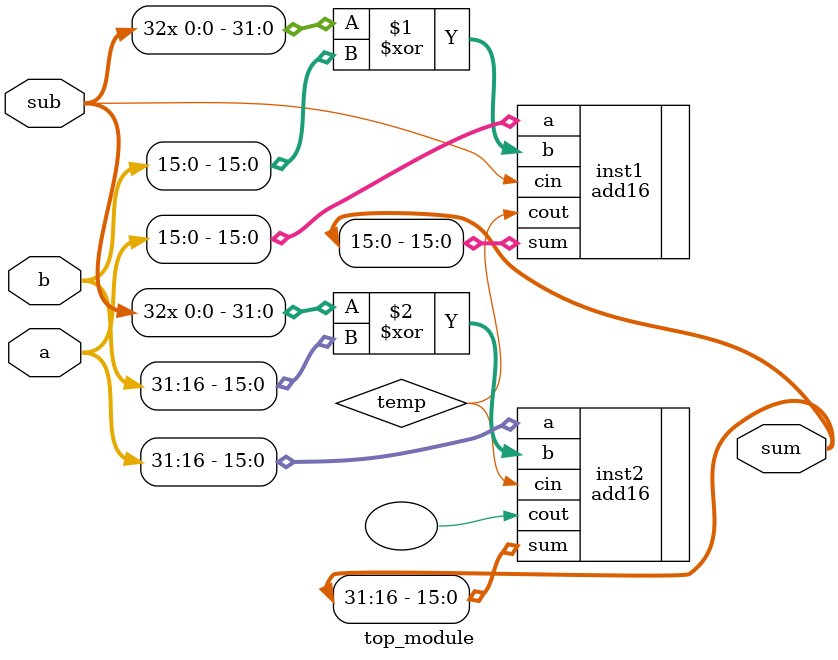
<source format=v>
module top_module(
    input [31:0] a,
    input [31:0] b,
    input sub,
    output [31:0] sum
);

    wire temp;

    add16 inst1(
        .a(a[15:0]),
        .b({32{sub}} ^ b[15:0]),
        .cin(sub),
        .sum(sum[15:0]),
        .cout(temp)
    );

    add16 inst2(
        .a(a[31:16]),
        .b({32{sub}} ^ b[31:16]),
        .cin(temp),
        .sum(sum[31:16]),
        .cout()
    );

endmodule

</source>
